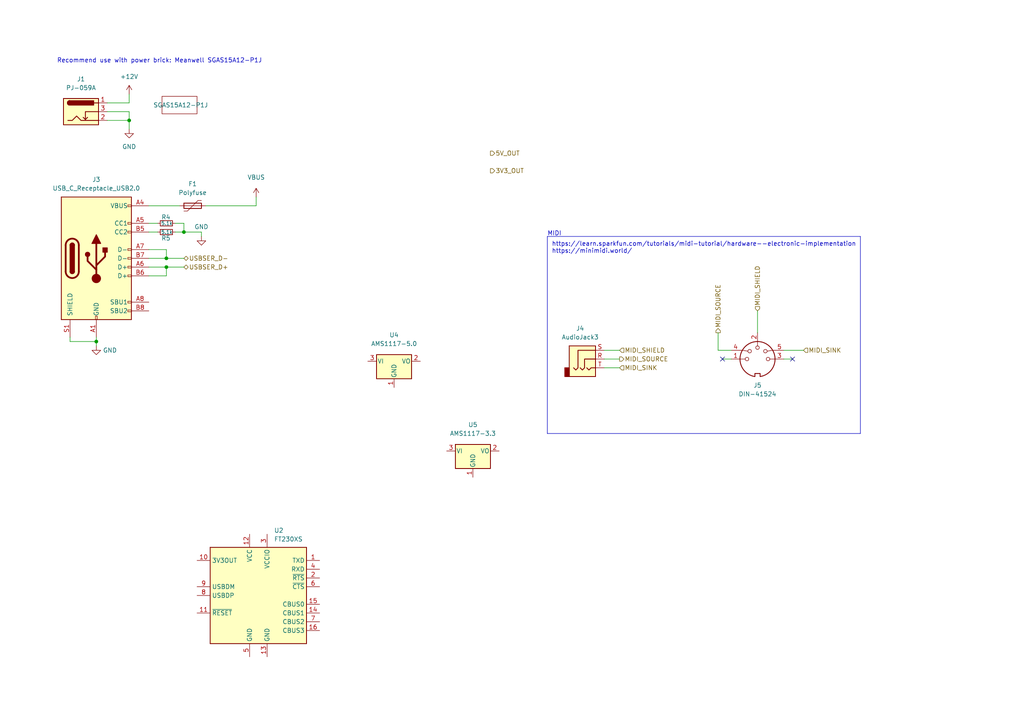
<source format=kicad_sch>
(kicad_sch (version 20230121) (generator eeschema)

  (uuid 9261a07b-ae4a-4d72-8042-ea097cd0e5ed)

  (paper "A4")

  (lib_symbols
    (symbol "Connector:AudioJack3" (in_bom yes) (on_board yes)
      (property "Reference" "J" (at 0 8.89 0)
        (effects (font (size 1.27 1.27)))
      )
      (property "Value" "AudioJack3" (at 0 6.35 0)
        (effects (font (size 1.27 1.27)))
      )
      (property "Footprint" "" (at 0 0 0)
        (effects (font (size 1.27 1.27)) hide)
      )
      (property "Datasheet" "~" (at 0 0 0)
        (effects (font (size 1.27 1.27)) hide)
      )
      (property "ki_keywords" "audio jack receptacle stereo headphones phones TRS connector" (at 0 0 0)
        (effects (font (size 1.27 1.27)) hide)
      )
      (property "ki_description" "Audio Jack, 3 Poles (Stereo / TRS)" (at 0 0 0)
        (effects (font (size 1.27 1.27)) hide)
      )
      (property "ki_fp_filters" "Jack*" (at 0 0 0)
        (effects (font (size 1.27 1.27)) hide)
      )
      (symbol "AudioJack3_0_1"
        (rectangle (start -5.08 -5.08) (end -6.35 -2.54)
          (stroke (width 0.254) (type default))
          (fill (type outline))
        )
        (polyline
          (pts
            (xy 0 -2.54)
            (xy 0.635 -3.175)
            (xy 1.27 -2.54)
            (xy 2.54 -2.54)
          )
          (stroke (width 0.254) (type default))
          (fill (type none))
        )
        (polyline
          (pts
            (xy -1.905 -2.54)
            (xy -1.27 -3.175)
            (xy -0.635 -2.54)
            (xy -0.635 0)
            (xy 2.54 0)
          )
          (stroke (width 0.254) (type default))
          (fill (type none))
        )
        (polyline
          (pts
            (xy 2.54 2.54)
            (xy -2.54 2.54)
            (xy -2.54 -2.54)
            (xy -3.175 -3.175)
            (xy -3.81 -2.54)
          )
          (stroke (width 0.254) (type default))
          (fill (type none))
        )
        (rectangle (start 2.54 3.81) (end -5.08 -5.08)
          (stroke (width 0.254) (type default))
          (fill (type background))
        )
      )
      (symbol "AudioJack3_1_1"
        (pin passive line (at 5.08 0 180) (length 2.54)
          (name "~" (effects (font (size 1.27 1.27))))
          (number "R" (effects (font (size 1.27 1.27))))
        )
        (pin passive line (at 5.08 2.54 180) (length 2.54)
          (name "~" (effects (font (size 1.27 1.27))))
          (number "S" (effects (font (size 1.27 1.27))))
        )
        (pin passive line (at 5.08 -2.54 180) (length 2.54)
          (name "~" (effects (font (size 1.27 1.27))))
          (number "T" (effects (font (size 1.27 1.27))))
        )
      )
    )
    (symbol "Connector:Barrel_Jack_Switch" (pin_names hide) (in_bom yes) (on_board yes)
      (property "Reference" "J" (at 0 5.334 0)
        (effects (font (size 1.27 1.27)))
      )
      (property "Value" "Barrel_Jack_Switch" (at 0 -5.08 0)
        (effects (font (size 1.27 1.27)))
      )
      (property "Footprint" "" (at 1.27 -1.016 0)
        (effects (font (size 1.27 1.27)) hide)
      )
      (property "Datasheet" "~" (at 1.27 -1.016 0)
        (effects (font (size 1.27 1.27)) hide)
      )
      (property "ki_keywords" "DC power barrel jack connector" (at 0 0 0)
        (effects (font (size 1.27 1.27)) hide)
      )
      (property "ki_description" "DC Barrel Jack with an internal switch" (at 0 0 0)
        (effects (font (size 1.27 1.27)) hide)
      )
      (property "ki_fp_filters" "BarrelJack*" (at 0 0 0)
        (effects (font (size 1.27 1.27)) hide)
      )
      (symbol "Barrel_Jack_Switch_0_1"
        (rectangle (start -5.08 3.81) (end 5.08 -3.81)
          (stroke (width 0.254) (type default))
          (fill (type background))
        )
        (arc (start -3.302 3.175) (mid -3.9343 2.54) (end -3.302 1.905)
          (stroke (width 0.254) (type default))
          (fill (type none))
        )
        (arc (start -3.302 3.175) (mid -3.9343 2.54) (end -3.302 1.905)
          (stroke (width 0.254) (type default))
          (fill (type outline))
        )
        (polyline
          (pts
            (xy 1.27 -2.286)
            (xy 1.905 -1.651)
          )
          (stroke (width 0.254) (type default))
          (fill (type none))
        )
        (polyline
          (pts
            (xy 5.08 2.54)
            (xy 3.81 2.54)
          )
          (stroke (width 0.254) (type default))
          (fill (type none))
        )
        (polyline
          (pts
            (xy 5.08 0)
            (xy 1.27 0)
            (xy 1.27 -2.286)
            (xy 0.635 -1.651)
          )
          (stroke (width 0.254) (type default))
          (fill (type none))
        )
        (polyline
          (pts
            (xy -3.81 -2.54)
            (xy -2.54 -2.54)
            (xy -1.27 -1.27)
            (xy 0 -2.54)
            (xy 2.54 -2.54)
            (xy 5.08 -2.54)
          )
          (stroke (width 0.254) (type default))
          (fill (type none))
        )
        (rectangle (start 3.683 3.175) (end -3.302 1.905)
          (stroke (width 0.254) (type default))
          (fill (type outline))
        )
      )
      (symbol "Barrel_Jack_Switch_1_1"
        (pin passive line (at 7.62 2.54 180) (length 2.54)
          (name "~" (effects (font (size 1.27 1.27))))
          (number "1" (effects (font (size 1.27 1.27))))
        )
        (pin passive line (at 7.62 -2.54 180) (length 2.54)
          (name "~" (effects (font (size 1.27 1.27))))
          (number "2" (effects (font (size 1.27 1.27))))
        )
        (pin passive line (at 7.62 0 180) (length 2.54)
          (name "~" (effects (font (size 1.27 1.27))))
          (number "3" (effects (font (size 1.27 1.27))))
        )
      )
    )
    (symbol "Connector:DIN-5_180degree" (pin_names (offset 1.016)) (in_bom yes) (on_board yes)
      (property "Reference" "J" (at 3.175 5.715 0)
        (effects (font (size 1.27 1.27)))
      )
      (property "Value" "DIN-5_180degree" (at 0 -6.35 0)
        (effects (font (size 1.27 1.27)))
      )
      (property "Footprint" "" (at 0 0 0)
        (effects (font (size 1.27 1.27)) hide)
      )
      (property "Datasheet" "http://www.mouser.com/ds/2/18/40_c091_abd_e-75918.pdf" (at 0 0 0)
        (effects (font (size 1.27 1.27)) hide)
      )
      (property "ki_keywords" "circular DIN connector stereo audio" (at 0 0 0)
        (effects (font (size 1.27 1.27)) hide)
      )
      (property "ki_description" "5-pin DIN connector (5-pin DIN-5 stereo)" (at 0 0 0)
        (effects (font (size 1.27 1.27)) hide)
      )
      (property "ki_fp_filters" "DIN*" (at 0 0 0)
        (effects (font (size 1.27 1.27)) hide)
      )
      (symbol "DIN-5_180degree_0_1"
        (arc (start -5.08 0) (mid -3.8609 -3.3364) (end -0.762 -5.08)
          (stroke (width 0.254) (type default))
          (fill (type none))
        )
        (circle (center -3.048 0) (radius 0.508)
          (stroke (width 0) (type default))
          (fill (type none))
        )
        (circle (center -2.286 2.286) (radius 0.508)
          (stroke (width 0) (type default))
          (fill (type none))
        )
        (polyline
          (pts
            (xy -5.08 0)
            (xy -3.556 0)
          )
          (stroke (width 0) (type default))
          (fill (type none))
        )
        (polyline
          (pts
            (xy 0 5.08)
            (xy 0 3.81)
          )
          (stroke (width 0) (type default))
          (fill (type none))
        )
        (polyline
          (pts
            (xy 5.08 0)
            (xy 3.556 0)
          )
          (stroke (width 0) (type default))
          (fill (type none))
        )
        (polyline
          (pts
            (xy -5.08 2.54)
            (xy -4.318 2.54)
            (xy -2.794 2.286)
          )
          (stroke (width 0) (type default))
          (fill (type none))
        )
        (polyline
          (pts
            (xy 5.08 2.54)
            (xy 4.318 2.54)
            (xy 2.794 2.286)
          )
          (stroke (width 0) (type default))
          (fill (type none))
        )
        (polyline
          (pts
            (xy -0.762 -4.953)
            (xy -0.762 -4.191)
            (xy 0.762 -4.191)
            (xy 0.762 -4.953)
          )
          (stroke (width 0.254) (type default))
          (fill (type none))
        )
        (circle (center 0 3.302) (radius 0.508)
          (stroke (width 0) (type default))
          (fill (type none))
        )
        (arc (start 0.762 -5.08) (mid 3.8685 -3.343) (end 5.08 0)
          (stroke (width 0.254) (type default))
          (fill (type none))
        )
        (circle (center 2.286 2.286) (radius 0.508)
          (stroke (width 0) (type default))
          (fill (type none))
        )
        (circle (center 3.048 0) (radius 0.508)
          (stroke (width 0) (type default))
          (fill (type none))
        )
        (arc (start 5.08 0) (mid 0 5.0579) (end -5.08 0)
          (stroke (width 0.254) (type default))
          (fill (type none))
        )
      )
      (symbol "DIN-5_180degree_1_1"
        (pin passive line (at -7.62 0 0) (length 2.54)
          (name "~" (effects (font (size 1.27 1.27))))
          (number "1" (effects (font (size 1.27 1.27))))
        )
        (pin passive line (at 0 7.62 270) (length 2.54)
          (name "~" (effects (font (size 1.27 1.27))))
          (number "2" (effects (font (size 1.27 1.27))))
        )
        (pin passive line (at 7.62 0 180) (length 2.54)
          (name "~" (effects (font (size 1.27 1.27))))
          (number "3" (effects (font (size 1.27 1.27))))
        )
        (pin passive line (at -7.62 2.54 0) (length 2.54)
          (name "~" (effects (font (size 1.27 1.27))))
          (number "4" (effects (font (size 1.27 1.27))))
        )
        (pin passive line (at 7.62 2.54 180) (length 2.54)
          (name "~" (effects (font (size 1.27 1.27))))
          (number "5" (effects (font (size 1.27 1.27))))
        )
      )
    )
    (symbol "Connector:USB_C_Receptacle_USB2.0" (pin_names (offset 1.016)) (in_bom yes) (on_board yes)
      (property "Reference" "J" (at -10.16 19.05 0)
        (effects (font (size 1.27 1.27)) (justify left))
      )
      (property "Value" "USB_C_Receptacle_USB2.0" (at 19.05 19.05 0)
        (effects (font (size 1.27 1.27)) (justify right))
      )
      (property "Footprint" "" (at 3.81 0 0)
        (effects (font (size 1.27 1.27)) hide)
      )
      (property "Datasheet" "https://www.usb.org/sites/default/files/documents/usb_type-c.zip" (at 3.81 0 0)
        (effects (font (size 1.27 1.27)) hide)
      )
      (property "ki_keywords" "usb universal serial bus type-C USB2.0" (at 0 0 0)
        (effects (font (size 1.27 1.27)) hide)
      )
      (property "ki_description" "USB 2.0-only Type-C Receptacle connector" (at 0 0 0)
        (effects (font (size 1.27 1.27)) hide)
      )
      (property "ki_fp_filters" "USB*C*Receptacle*" (at 0 0 0)
        (effects (font (size 1.27 1.27)) hide)
      )
      (symbol "USB_C_Receptacle_USB2.0_0_0"
        (rectangle (start -0.254 -17.78) (end 0.254 -16.764)
          (stroke (width 0) (type default))
          (fill (type none))
        )
        (rectangle (start 10.16 -14.986) (end 9.144 -15.494)
          (stroke (width 0) (type default))
          (fill (type none))
        )
        (rectangle (start 10.16 -12.446) (end 9.144 -12.954)
          (stroke (width 0) (type default))
          (fill (type none))
        )
        (rectangle (start 10.16 -4.826) (end 9.144 -5.334)
          (stroke (width 0) (type default))
          (fill (type none))
        )
        (rectangle (start 10.16 -2.286) (end 9.144 -2.794)
          (stroke (width 0) (type default))
          (fill (type none))
        )
        (rectangle (start 10.16 0.254) (end 9.144 -0.254)
          (stroke (width 0) (type default))
          (fill (type none))
        )
        (rectangle (start 10.16 2.794) (end 9.144 2.286)
          (stroke (width 0) (type default))
          (fill (type none))
        )
        (rectangle (start 10.16 7.874) (end 9.144 7.366)
          (stroke (width 0) (type default))
          (fill (type none))
        )
        (rectangle (start 10.16 10.414) (end 9.144 9.906)
          (stroke (width 0) (type default))
          (fill (type none))
        )
        (rectangle (start 10.16 15.494) (end 9.144 14.986)
          (stroke (width 0) (type default))
          (fill (type none))
        )
      )
      (symbol "USB_C_Receptacle_USB2.0_0_1"
        (rectangle (start -10.16 17.78) (end 10.16 -17.78)
          (stroke (width 0.254) (type default))
          (fill (type background))
        )
        (arc (start -8.89 -3.81) (mid -6.985 -5.7067) (end -5.08 -3.81)
          (stroke (width 0.508) (type default))
          (fill (type none))
        )
        (arc (start -7.62 -3.81) (mid -6.985 -4.4423) (end -6.35 -3.81)
          (stroke (width 0.254) (type default))
          (fill (type none))
        )
        (arc (start -7.62 -3.81) (mid -6.985 -4.4423) (end -6.35 -3.81)
          (stroke (width 0.254) (type default))
          (fill (type outline))
        )
        (rectangle (start -7.62 -3.81) (end -6.35 3.81)
          (stroke (width 0.254) (type default))
          (fill (type outline))
        )
        (arc (start -6.35 3.81) (mid -6.985 4.4423) (end -7.62 3.81)
          (stroke (width 0.254) (type default))
          (fill (type none))
        )
        (arc (start -6.35 3.81) (mid -6.985 4.4423) (end -7.62 3.81)
          (stroke (width 0.254) (type default))
          (fill (type outline))
        )
        (arc (start -5.08 3.81) (mid -6.985 5.7067) (end -8.89 3.81)
          (stroke (width 0.508) (type default))
          (fill (type none))
        )
        (circle (center -2.54 1.143) (radius 0.635)
          (stroke (width 0.254) (type default))
          (fill (type outline))
        )
        (circle (center 0 -5.842) (radius 1.27)
          (stroke (width 0) (type default))
          (fill (type outline))
        )
        (polyline
          (pts
            (xy -8.89 -3.81)
            (xy -8.89 3.81)
          )
          (stroke (width 0.508) (type default))
          (fill (type none))
        )
        (polyline
          (pts
            (xy -5.08 3.81)
            (xy -5.08 -3.81)
          )
          (stroke (width 0.508) (type default))
          (fill (type none))
        )
        (polyline
          (pts
            (xy 0 -5.842)
            (xy 0 4.318)
          )
          (stroke (width 0.508) (type default))
          (fill (type none))
        )
        (polyline
          (pts
            (xy 0 -3.302)
            (xy -2.54 -0.762)
            (xy -2.54 0.508)
          )
          (stroke (width 0.508) (type default))
          (fill (type none))
        )
        (polyline
          (pts
            (xy 0 -2.032)
            (xy 2.54 0.508)
            (xy 2.54 1.778)
          )
          (stroke (width 0.508) (type default))
          (fill (type none))
        )
        (polyline
          (pts
            (xy -1.27 4.318)
            (xy 0 6.858)
            (xy 1.27 4.318)
            (xy -1.27 4.318)
          )
          (stroke (width 0.254) (type default))
          (fill (type outline))
        )
        (rectangle (start 1.905 1.778) (end 3.175 3.048)
          (stroke (width 0.254) (type default))
          (fill (type outline))
        )
      )
      (symbol "USB_C_Receptacle_USB2.0_1_1"
        (pin passive line (at 0 -22.86 90) (length 5.08)
          (name "GND" (effects (font (size 1.27 1.27))))
          (number "A1" (effects (font (size 1.27 1.27))))
        )
        (pin passive line (at 0 -22.86 90) (length 5.08) hide
          (name "GND" (effects (font (size 1.27 1.27))))
          (number "A12" (effects (font (size 1.27 1.27))))
        )
        (pin passive line (at 15.24 15.24 180) (length 5.08)
          (name "VBUS" (effects (font (size 1.27 1.27))))
          (number "A4" (effects (font (size 1.27 1.27))))
        )
        (pin bidirectional line (at 15.24 10.16 180) (length 5.08)
          (name "CC1" (effects (font (size 1.27 1.27))))
          (number "A5" (effects (font (size 1.27 1.27))))
        )
        (pin bidirectional line (at 15.24 -2.54 180) (length 5.08)
          (name "D+" (effects (font (size 1.27 1.27))))
          (number "A6" (effects (font (size 1.27 1.27))))
        )
        (pin bidirectional line (at 15.24 2.54 180) (length 5.08)
          (name "D-" (effects (font (size 1.27 1.27))))
          (number "A7" (effects (font (size 1.27 1.27))))
        )
        (pin bidirectional line (at 15.24 -12.7 180) (length 5.08)
          (name "SBU1" (effects (font (size 1.27 1.27))))
          (number "A8" (effects (font (size 1.27 1.27))))
        )
        (pin passive line (at 15.24 15.24 180) (length 5.08) hide
          (name "VBUS" (effects (font (size 1.27 1.27))))
          (number "A9" (effects (font (size 1.27 1.27))))
        )
        (pin passive line (at 0 -22.86 90) (length 5.08) hide
          (name "GND" (effects (font (size 1.27 1.27))))
          (number "B1" (effects (font (size 1.27 1.27))))
        )
        (pin passive line (at 0 -22.86 90) (length 5.08) hide
          (name "GND" (effects (font (size 1.27 1.27))))
          (number "B12" (effects (font (size 1.27 1.27))))
        )
        (pin passive line (at 15.24 15.24 180) (length 5.08) hide
          (name "VBUS" (effects (font (size 1.27 1.27))))
          (number "B4" (effects (font (size 1.27 1.27))))
        )
        (pin bidirectional line (at 15.24 7.62 180) (length 5.08)
          (name "CC2" (effects (font (size 1.27 1.27))))
          (number "B5" (effects (font (size 1.27 1.27))))
        )
        (pin bidirectional line (at 15.24 -5.08 180) (length 5.08)
          (name "D+" (effects (font (size 1.27 1.27))))
          (number "B6" (effects (font (size 1.27 1.27))))
        )
        (pin bidirectional line (at 15.24 0 180) (length 5.08)
          (name "D-" (effects (font (size 1.27 1.27))))
          (number "B7" (effects (font (size 1.27 1.27))))
        )
        (pin bidirectional line (at 15.24 -15.24 180) (length 5.08)
          (name "SBU2" (effects (font (size 1.27 1.27))))
          (number "B8" (effects (font (size 1.27 1.27))))
        )
        (pin passive line (at 15.24 15.24 180) (length 5.08) hide
          (name "VBUS" (effects (font (size 1.27 1.27))))
          (number "B9" (effects (font (size 1.27 1.27))))
        )
        (pin passive line (at -7.62 -22.86 90) (length 5.08)
          (name "SHIELD" (effects (font (size 1.27 1.27))))
          (number "S1" (effects (font (size 1.27 1.27))))
        )
      )
    )
    (symbol "Device:Polyfuse" (pin_numbers hide) (pin_names (offset 0)) (in_bom yes) (on_board yes)
      (property "Reference" "F" (at -2.54 0 90)
        (effects (font (size 1.27 1.27)))
      )
      (property "Value" "Polyfuse" (at 2.54 0 90)
        (effects (font (size 1.27 1.27)))
      )
      (property "Footprint" "" (at 1.27 -5.08 0)
        (effects (font (size 1.27 1.27)) (justify left) hide)
      )
      (property "Datasheet" "~" (at 0 0 0)
        (effects (font (size 1.27 1.27)) hide)
      )
      (property "ki_keywords" "resettable fuse PTC PPTC polyfuse polyswitch" (at 0 0 0)
        (effects (font (size 1.27 1.27)) hide)
      )
      (property "ki_description" "Resettable fuse, polymeric positive temperature coefficient" (at 0 0 0)
        (effects (font (size 1.27 1.27)) hide)
      )
      (property "ki_fp_filters" "*polyfuse* *PTC*" (at 0 0 0)
        (effects (font (size 1.27 1.27)) hide)
      )
      (symbol "Polyfuse_0_1"
        (rectangle (start -0.762 2.54) (end 0.762 -2.54)
          (stroke (width 0.254) (type default))
          (fill (type none))
        )
        (polyline
          (pts
            (xy 0 2.54)
            (xy 0 -2.54)
          )
          (stroke (width 0) (type default))
          (fill (type none))
        )
        (polyline
          (pts
            (xy -1.524 2.54)
            (xy -1.524 1.524)
            (xy 1.524 -1.524)
            (xy 1.524 -2.54)
          )
          (stroke (width 0) (type default))
          (fill (type none))
        )
      )
      (symbol "Polyfuse_1_1"
        (pin passive line (at 0 3.81 270) (length 1.27)
          (name "~" (effects (font (size 1.27 1.27))))
          (number "1" (effects (font (size 1.27 1.27))))
        )
        (pin passive line (at 0 -3.81 90) (length 1.27)
          (name "~" (effects (font (size 1.27 1.27))))
          (number "2" (effects (font (size 1.27 1.27))))
        )
      )
    )
    (symbol "Device:R_Small" (pin_numbers hide) (pin_names (offset 0.254) hide) (in_bom yes) (on_board yes)
      (property "Reference" "R" (at 0.762 0.508 0)
        (effects (font (size 1.27 1.27)) (justify left))
      )
      (property "Value" "R_Small" (at 0.762 -1.016 0)
        (effects (font (size 1.27 1.27)) (justify left))
      )
      (property "Footprint" "" (at 0 0 0)
        (effects (font (size 1.27 1.27)) hide)
      )
      (property "Datasheet" "~" (at 0 0 0)
        (effects (font (size 1.27 1.27)) hide)
      )
      (property "ki_keywords" "R resistor" (at 0 0 0)
        (effects (font (size 1.27 1.27)) hide)
      )
      (property "ki_description" "Resistor, small symbol" (at 0 0 0)
        (effects (font (size 1.27 1.27)) hide)
      )
      (property "ki_fp_filters" "R_*" (at 0 0 0)
        (effects (font (size 1.27 1.27)) hide)
      )
      (symbol "R_Small_0_1"
        (rectangle (start -0.762 1.778) (end 0.762 -1.778)
          (stroke (width 0.2032) (type default))
          (fill (type none))
        )
      )
      (symbol "R_Small_1_1"
        (pin passive line (at 0 2.54 270) (length 0.762)
          (name "~" (effects (font (size 1.27 1.27))))
          (number "1" (effects (font (size 1.27 1.27))))
        )
        (pin passive line (at 0 -2.54 90) (length 0.762)
          (name "~" (effects (font (size 1.27 1.27))))
          (number "2" (effects (font (size 1.27 1.27))))
        )
      )
    )
    (symbol "GND_1" (power) (pin_names (offset 0)) (in_bom yes) (on_board yes)
      (property "Reference" "#PWR" (at 0 -6.35 0)
        (effects (font (size 1.27 1.27)) hide)
      )
      (property "Value" "GND_1" (at 0 -3.81 0)
        (effects (font (size 1.27 1.27)))
      )
      (property "Footprint" "" (at 0 0 0)
        (effects (font (size 1.27 1.27)) hide)
      )
      (property "Datasheet" "" (at 0 0 0)
        (effects (font (size 1.27 1.27)) hide)
      )
      (property "ki_keywords" "global power" (at 0 0 0)
        (effects (font (size 1.27 1.27)) hide)
      )
      (property "ki_description" "Power symbol creates a global label with name \"GND\" , ground" (at 0 0 0)
        (effects (font (size 1.27 1.27)) hide)
      )
      (symbol "GND_1_0_1"
        (polyline
          (pts
            (xy 0 0)
            (xy 0 -1.27)
            (xy 1.27 -1.27)
            (xy 0 -2.54)
            (xy -1.27 -1.27)
            (xy 0 -1.27)
          )
          (stroke (width 0) (type default))
          (fill (type none))
        )
      )
      (symbol "GND_1_1_1"
        (pin power_in line (at 0 0 270) (length 0) hide
          (name "GND" (effects (font (size 1.27 1.27))))
          (number "1" (effects (font (size 1.27 1.27))))
        )
      )
    )
    (symbol "Interface_USB:FT230XS" (in_bom yes) (on_board yes)
      (property "Reference" "U" (at -13.97 15.24 0)
        (effects (font (size 1.27 1.27)) (justify left))
      )
      (property "Value" "FT230XS" (at 7.62 15.24 0)
        (effects (font (size 1.27 1.27)) (justify left))
      )
      (property "Footprint" "Package_SO:SSOP-16_3.9x4.9mm_P0.635mm" (at 25.4 -15.24 0)
        (effects (font (size 1.27 1.27)) hide)
      )
      (property "Datasheet" "https://www.ftdichip.com/Support/Documents/DataSheets/ICs/DS_FT230X.pdf" (at 0 0 0)
        (effects (font (size 1.27 1.27)) hide)
      )
      (property "ki_keywords" "FTDI USB UART interface converter" (at 0 0 0)
        (effects (font (size 1.27 1.27)) hide)
      )
      (property "ki_description" "Full Speed USB to Basic UART, SSOP-16" (at 0 0 0)
        (effects (font (size 1.27 1.27)) hide)
      )
      (property "ki_fp_filters" "SSOP*3.9x4.9*P0.635mm*" (at 0 0 0)
        (effects (font (size 1.27 1.27)) hide)
      )
      (symbol "FT230XS_0_1"
        (rectangle (start -13.97 13.97) (end 13.97 -13.97)
          (stroke (width 0.254) (type default))
          (fill (type background))
        )
      )
      (symbol "FT230XS_1_1"
        (pin output line (at 17.78 10.16 180) (length 3.81)
          (name "TXD" (effects (font (size 1.27 1.27))))
          (number "1" (effects (font (size 1.27 1.27))))
        )
        (pin power_out line (at -17.78 10.16 0) (length 3.81)
          (name "3V3OUT" (effects (font (size 1.27 1.27))))
          (number "10" (effects (font (size 1.27 1.27))))
        )
        (pin input line (at -17.78 -5.08 0) (length 3.81)
          (name "~{RESET}" (effects (font (size 1.27 1.27))))
          (number "11" (effects (font (size 1.27 1.27))))
        )
        (pin power_in line (at -2.54 17.78 270) (length 3.81)
          (name "VCC" (effects (font (size 1.27 1.27))))
          (number "12" (effects (font (size 1.27 1.27))))
        )
        (pin power_in line (at 2.54 -17.78 90) (length 3.81)
          (name "GND" (effects (font (size 1.27 1.27))))
          (number "13" (effects (font (size 1.27 1.27))))
        )
        (pin bidirectional line (at 17.78 -5.08 180) (length 3.81)
          (name "CBUS1" (effects (font (size 1.27 1.27))))
          (number "14" (effects (font (size 1.27 1.27))))
        )
        (pin bidirectional line (at 17.78 -2.54 180) (length 3.81)
          (name "CBUS0" (effects (font (size 1.27 1.27))))
          (number "15" (effects (font (size 1.27 1.27))))
        )
        (pin bidirectional line (at 17.78 -10.16 180) (length 3.81)
          (name "CBUS3" (effects (font (size 1.27 1.27))))
          (number "16" (effects (font (size 1.27 1.27))))
        )
        (pin output line (at 17.78 5.08 180) (length 3.81)
          (name "~{RTS}" (effects (font (size 1.27 1.27))))
          (number "2" (effects (font (size 1.27 1.27))))
        )
        (pin power_in line (at 2.54 17.78 270) (length 3.81)
          (name "VCCIO" (effects (font (size 1.27 1.27))))
          (number "3" (effects (font (size 1.27 1.27))))
        )
        (pin input line (at 17.78 7.62 180) (length 3.81)
          (name "RXD" (effects (font (size 1.27 1.27))))
          (number "4" (effects (font (size 1.27 1.27))))
        )
        (pin power_in line (at -2.54 -17.78 90) (length 3.81)
          (name "GND" (effects (font (size 1.27 1.27))))
          (number "5" (effects (font (size 1.27 1.27))))
        )
        (pin input line (at 17.78 2.54 180) (length 3.81)
          (name "~{CTS}" (effects (font (size 1.27 1.27))))
          (number "6" (effects (font (size 1.27 1.27))))
        )
        (pin bidirectional line (at 17.78 -7.62 180) (length 3.81)
          (name "CBUS2" (effects (font (size 1.27 1.27))))
          (number "7" (effects (font (size 1.27 1.27))))
        )
        (pin bidirectional line (at -17.78 0 0) (length 3.81)
          (name "USBDP" (effects (font (size 1.27 1.27))))
          (number "8" (effects (font (size 1.27 1.27))))
        )
        (pin bidirectional line (at -17.78 2.54 0) (length 3.81)
          (name "USBDM" (effects (font (size 1.27 1.27))))
          (number "9" (effects (font (size 1.27 1.27))))
        )
      )
    )
    (symbol "Regulator_Linear:AMS1117-3.3" (pin_names (offset 0.254)) (in_bom yes) (on_board yes)
      (property "Reference" "U" (at -3.81 3.175 0)
        (effects (font (size 1.27 1.27)))
      )
      (property "Value" "AMS1117-3.3" (at 0 3.175 0)
        (effects (font (size 1.27 1.27)) (justify left))
      )
      (property "Footprint" "Package_TO_SOT_SMD:SOT-223-3_TabPin2" (at 0 5.08 0)
        (effects (font (size 1.27 1.27)) hide)
      )
      (property "Datasheet" "http://www.advanced-monolithic.com/pdf/ds1117.pdf" (at 2.54 -6.35 0)
        (effects (font (size 1.27 1.27)) hide)
      )
      (property "ki_keywords" "linear regulator ldo fixed positive" (at 0 0 0)
        (effects (font (size 1.27 1.27)) hide)
      )
      (property "ki_description" "1A Low Dropout regulator, positive, 3.3V fixed output, SOT-223" (at 0 0 0)
        (effects (font (size 1.27 1.27)) hide)
      )
      (property "ki_fp_filters" "SOT?223*TabPin2*" (at 0 0 0)
        (effects (font (size 1.27 1.27)) hide)
      )
      (symbol "AMS1117-3.3_0_1"
        (rectangle (start -5.08 -5.08) (end 5.08 1.905)
          (stroke (width 0.254) (type default))
          (fill (type background))
        )
      )
      (symbol "AMS1117-3.3_1_1"
        (pin power_in line (at 0 -7.62 90) (length 2.54)
          (name "GND" (effects (font (size 1.27 1.27))))
          (number "1" (effects (font (size 1.27 1.27))))
        )
        (pin power_out line (at 7.62 0 180) (length 2.54)
          (name "VO" (effects (font (size 1.27 1.27))))
          (number "2" (effects (font (size 1.27 1.27))))
        )
        (pin power_in line (at -7.62 0 0) (length 2.54)
          (name "VI" (effects (font (size 1.27 1.27))))
          (number "3" (effects (font (size 1.27 1.27))))
        )
      )
    )
    (symbol "Regulator_Linear:AMS1117-5.0" (pin_names (offset 0.254)) (in_bom yes) (on_board yes)
      (property "Reference" "U" (at -3.81 3.175 0)
        (effects (font (size 1.27 1.27)))
      )
      (property "Value" "AMS1117-5.0" (at 0 3.175 0)
        (effects (font (size 1.27 1.27)) (justify left))
      )
      (property "Footprint" "Package_TO_SOT_SMD:SOT-223-3_TabPin2" (at 0 5.08 0)
        (effects (font (size 1.27 1.27)) hide)
      )
      (property "Datasheet" "http://www.advanced-monolithic.com/pdf/ds1117.pdf" (at 2.54 -6.35 0)
        (effects (font (size 1.27 1.27)) hide)
      )
      (property "ki_keywords" "linear regulator ldo fixed positive" (at 0 0 0)
        (effects (font (size 1.27 1.27)) hide)
      )
      (property "ki_description" "1A Low Dropout regulator, positive, 5.0V fixed output, SOT-223" (at 0 0 0)
        (effects (font (size 1.27 1.27)) hide)
      )
      (property "ki_fp_filters" "SOT?223*TabPin2*" (at 0 0 0)
        (effects (font (size 1.27 1.27)) hide)
      )
      (symbol "AMS1117-5.0_0_1"
        (rectangle (start -5.08 -5.08) (end 5.08 1.905)
          (stroke (width 0.254) (type default))
          (fill (type background))
        )
      )
      (symbol "AMS1117-5.0_1_1"
        (pin power_in line (at 0 -7.62 90) (length 2.54)
          (name "GND" (effects (font (size 1.27 1.27))))
          (number "1" (effects (font (size 1.27 1.27))))
        )
        (pin power_out line (at 7.62 0 180) (length 2.54)
          (name "VO" (effects (font (size 1.27 1.27))))
          (number "2" (effects (font (size 1.27 1.27))))
        )
        (pin power_in line (at -7.62 0 0) (length 2.54)
          (name "VI" (effects (font (size 1.27 1.27))))
          (number "3" (effects (font (size 1.27 1.27))))
        )
      )
    )
    (symbol "assorted:BOM ITEM" (pin_numbers hide) (pin_names (offset 0) hide) (in_bom yes) (on_board no)
      (property "Reference" "X" (at 0 0 0)
        (effects (font (size 1.27 1.27)) hide)
      )
      (property "Value" "BOM ITEM" (at 0 0 0)
        (effects (font (size 1.27 1.27)))
      )
      (property "Footprint" "" (at 0 0 0)
        (effects (font (size 1.27 1.27)) hide)
      )
      (property "Datasheet" "" (at 0 0 0)
        (effects (font (size 1.27 1.27)) hide)
      )
      (symbol "BOM ITEM_0_1"
        (rectangle (start -5.08 2.54) (end 5.08 -2.54)
          (stroke (width 0) (type default))
          (fill (type none))
        )
      )
    )
    (symbol "power:+12V" (power) (pin_names (offset 0)) (in_bom yes) (on_board yes)
      (property "Reference" "#PWR" (at 0 -3.81 0)
        (effects (font (size 1.27 1.27)) hide)
      )
      (property "Value" "+12V" (at 0 3.556 0)
        (effects (font (size 1.27 1.27)))
      )
      (property "Footprint" "" (at 0 0 0)
        (effects (font (size 1.27 1.27)) hide)
      )
      (property "Datasheet" "" (at 0 0 0)
        (effects (font (size 1.27 1.27)) hide)
      )
      (property "ki_keywords" "global power" (at 0 0 0)
        (effects (font (size 1.27 1.27)) hide)
      )
      (property "ki_description" "Power symbol creates a global label with name \"+12V\"" (at 0 0 0)
        (effects (font (size 1.27 1.27)) hide)
      )
      (symbol "+12V_0_1"
        (polyline
          (pts
            (xy -0.762 1.27)
            (xy 0 2.54)
          )
          (stroke (width 0) (type default))
          (fill (type none))
        )
        (polyline
          (pts
            (xy 0 0)
            (xy 0 2.54)
          )
          (stroke (width 0) (type default))
          (fill (type none))
        )
        (polyline
          (pts
            (xy 0 2.54)
            (xy 0.762 1.27)
          )
          (stroke (width 0) (type default))
          (fill (type none))
        )
      )
      (symbol "+12V_1_1"
        (pin power_in line (at 0 0 90) (length 0) hide
          (name "+12V" (effects (font (size 1.27 1.27))))
          (number "1" (effects (font (size 1.27 1.27))))
        )
      )
    )
    (symbol "power:GND" (power) (pin_names (offset 0)) (in_bom yes) (on_board yes)
      (property "Reference" "#PWR" (at 0 -6.35 0)
        (effects (font (size 1.27 1.27)) hide)
      )
      (property "Value" "GND" (at 0 -3.81 0)
        (effects (font (size 1.27 1.27)))
      )
      (property "Footprint" "" (at 0 0 0)
        (effects (font (size 1.27 1.27)) hide)
      )
      (property "Datasheet" "" (at 0 0 0)
        (effects (font (size 1.27 1.27)) hide)
      )
      (property "ki_keywords" "power-flag" (at 0 0 0)
        (effects (font (size 1.27 1.27)) hide)
      )
      (property "ki_description" "Power symbol creates a global label with name \"GND\" , ground" (at 0 0 0)
        (effects (font (size 1.27 1.27)) hide)
      )
      (symbol "GND_0_1"
        (polyline
          (pts
            (xy 0 0)
            (xy 0 -1.27)
            (xy 1.27 -1.27)
            (xy 0 -2.54)
            (xy -1.27 -1.27)
            (xy 0 -1.27)
          )
          (stroke (width 0) (type default))
          (fill (type none))
        )
      )
      (symbol "GND_1_1"
        (pin power_in line (at 0 0 270) (length 0) hide
          (name "GND" (effects (font (size 1.27 1.27))))
          (number "1" (effects (font (size 1.27 1.27))))
        )
      )
    )
    (symbol "power:VBUS" (power) (pin_names (offset 0)) (in_bom yes) (on_board yes)
      (property "Reference" "#PWR" (at 0 -3.81 0)
        (effects (font (size 1.27 1.27)) hide)
      )
      (property "Value" "VBUS" (at 0 3.81 0)
        (effects (font (size 1.27 1.27)))
      )
      (property "Footprint" "" (at 0 0 0)
        (effects (font (size 1.27 1.27)) hide)
      )
      (property "Datasheet" "" (at 0 0 0)
        (effects (font (size 1.27 1.27)) hide)
      )
      (property "ki_keywords" "global power" (at 0 0 0)
        (effects (font (size 1.27 1.27)) hide)
      )
      (property "ki_description" "Power symbol creates a global label with name \"VBUS\"" (at 0 0 0)
        (effects (font (size 1.27 1.27)) hide)
      )
      (symbol "VBUS_0_1"
        (polyline
          (pts
            (xy -0.762 1.27)
            (xy 0 2.54)
          )
          (stroke (width 0) (type default))
          (fill (type none))
        )
        (polyline
          (pts
            (xy 0 0)
            (xy 0 2.54)
          )
          (stroke (width 0) (type default))
          (fill (type none))
        )
        (polyline
          (pts
            (xy 0 2.54)
            (xy 0.762 1.27)
          )
          (stroke (width 0) (type default))
          (fill (type none))
        )
      )
      (symbol "VBUS_1_1"
        (pin power_in line (at 0 0 90) (length 0) hide
          (name "VBUS" (effects (font (size 1.27 1.27))))
          (number "1" (effects (font (size 1.27 1.27))))
        )
      )
    )
  )

  (junction (at 37.465 34.925) (diameter 0) (color 0 0 0 0)
    (uuid 006d6130-f369-42ae-95d6-0922c0147c60)
  )
  (junction (at 27.94 99.06) (diameter 0) (color 0 0 0 0)
    (uuid 35868616-c28d-41ae-a287-6c0f3a11c2d7)
  )
  (junction (at 48.26 77.47) (diameter 0) (color 0 0 0 0)
    (uuid cf0b541a-9281-40b7-ad57-8ed987e226ba)
  )
  (junction (at 53.34 67.31) (diameter 0) (color 0 0 0 0)
    (uuid d1e6a19a-d5b8-44dd-90f4-21b935d5c004)
  )
  (junction (at 48.26 74.93) (diameter 0) (color 0 0 0 0)
    (uuid f44fab44-da04-4760-a43b-c68b1e730692)
  )

  (no_connect (at 229.87 104.14) (uuid 93491b54-e7e3-4542-ac4e-ab91b7e90748))
  (no_connect (at 209.55 104.14) (uuid e2ef711b-b8f6-483e-8b06-d290b5374cc1))

  (wire (pts (xy 43.18 67.31) (xy 45.72 67.31))
    (stroke (width 0) (type default))
    (uuid 022787b3-d0ad-4578-bdde-1eb94e90fd3c)
  )
  (wire (pts (xy 53.34 67.31) (xy 58.42 67.31))
    (stroke (width 0) (type default))
    (uuid 02d9116a-2792-4393-a5af-8478838daf5e)
  )
  (wire (pts (xy 209.55 104.14) (xy 212.09 104.14))
    (stroke (width 0) (type default))
    (uuid 05172946-4da5-4b5b-94c4-d60a8d4d7df6)
  )
  (wire (pts (xy 175.26 101.6) (xy 179.705 101.6))
    (stroke (width 0) (type default))
    (uuid 07f2162f-c0ae-4460-a1fd-944e18ba748c)
  )
  (wire (pts (xy 31.115 29.845) (xy 37.465 29.845))
    (stroke (width 0) (type default))
    (uuid 0ad37e04-50c9-415a-8267-d3e891238004)
  )
  (wire (pts (xy 43.18 77.47) (xy 48.26 77.47))
    (stroke (width 0) (type default))
    (uuid 151ed452-ceeb-48db-9180-a119f0cf994c)
  )
  (wire (pts (xy 37.465 32.385) (xy 37.465 34.925))
    (stroke (width 0) (type default))
    (uuid 22bb7d8f-3eb4-42ec-b785-e5a86b7af7f1)
  )
  (wire (pts (xy 53.34 64.77) (xy 50.8 64.77))
    (stroke (width 0) (type default))
    (uuid 25ac8fd5-ed2d-46db-8bb6-91d28a921238)
  )
  (wire (pts (xy 37.465 34.925) (xy 31.115 34.925))
    (stroke (width 0) (type default))
    (uuid 288ffbcd-333a-48d7-8e64-6b88f5ecfe03)
  )
  (wire (pts (xy 48.26 72.39) (xy 48.26 74.93))
    (stroke (width 0) (type default))
    (uuid 2e739d53-f35d-4af4-914c-97b170a98fd8)
  )
  (wire (pts (xy 20.32 99.06) (xy 27.94 99.06))
    (stroke (width 0) (type default))
    (uuid 3cb841a8-a49e-43c0-a01b-cc190609fb69)
  )
  (polyline (pts (xy 249.555 68.58) (xy 249.555 125.73))
    (stroke (width 0) (type solid))
    (uuid 42095c24-344b-4f9f-bdfc-86fcb67772c7)
  )
  (polyline (pts (xy 249.555 125.73) (xy 158.75 125.73))
    (stroke (width 0) (type solid))
    (uuid 4d3cc2a8-4221-4253-bf00-427b0afd4da4)
  )

  (wire (pts (xy 208.28 101.6) (xy 208.28 96.52))
    (stroke (width 0) (type default))
    (uuid 53c8e3bb-6ca7-4f02-aa61-a62f89b4f2af)
  )
  (polyline (pts (xy 158.75 68.58) (xy 158.75 125.73))
    (stroke (width 0) (type solid))
    (uuid 5c48626d-b98c-4f19-b5ac-1a64737907a6)
  )

  (wire (pts (xy 53.34 67.31) (xy 50.8 67.31))
    (stroke (width 0) (type default))
    (uuid 5e195791-2517-49c4-95c7-bbb3e5de9e97)
  )
  (wire (pts (xy 20.32 97.79) (xy 20.32 99.06))
    (stroke (width 0) (type default))
    (uuid 5e7bb4b5-7c04-44b4-9623-e80cef7c058b)
  )
  (wire (pts (xy 27.94 97.79) (xy 27.94 99.06))
    (stroke (width 0) (type default))
    (uuid 655469a1-ada6-4b56-8be8-e29def47ab4b)
  )
  (wire (pts (xy 27.94 99.06) (xy 27.94 100.33))
    (stroke (width 0) (type default))
    (uuid 753a2e5b-2ecc-4327-b7be-8fa1d2751bbe)
  )
  (wire (pts (xy 31.115 32.385) (xy 37.465 32.385))
    (stroke (width 0) (type default))
    (uuid 7e625503-34c6-43af-80a2-f3db5cbafd70)
  )
  (wire (pts (xy 52.07 59.69) (xy 43.18 59.69))
    (stroke (width 0) (type default))
    (uuid 7e70aa88-d9b2-499b-9e8e-4227df43419f)
  )
  (wire (pts (xy 227.33 104.14) (xy 229.87 104.14))
    (stroke (width 0) (type default))
    (uuid 91154cba-47a2-4a36-aa42-782bd83cdae4)
  )
  (wire (pts (xy 37.465 29.845) (xy 37.465 27.305))
    (stroke (width 0) (type default))
    (uuid 9e3423b9-dfb6-4e8f-a0e5-0fdcf453459b)
  )
  (wire (pts (xy 43.18 80.01) (xy 48.26 80.01))
    (stroke (width 0) (type default))
    (uuid 9e8af548-264e-4ac3-a50a-c6644d2c8b34)
  )
  (wire (pts (xy 43.18 72.39) (xy 48.26 72.39))
    (stroke (width 0) (type default))
    (uuid b35b01f9-1f9f-4a39-b6ef-92eae932dd5f)
  )
  (wire (pts (xy 58.42 67.31) (xy 58.42 68.58))
    (stroke (width 0) (type default))
    (uuid b3e40765-ffd2-4601-9cbf-eb4dc8c42b32)
  )
  (wire (pts (xy 175.26 104.14) (xy 179.705 104.14))
    (stroke (width 0) (type default))
    (uuid c509ed55-0e19-412d-81ad-38a25962bf7a)
  )
  (wire (pts (xy 175.26 106.68) (xy 179.705 106.68))
    (stroke (width 0) (type default))
    (uuid caf6b8b5-1995-462c-9be3-dca334eccbc8)
  )
  (wire (pts (xy 59.69 59.69) (xy 74.295 59.69))
    (stroke (width 0) (type default))
    (uuid d16b47dd-42f2-4a24-bee9-460a7f63b525)
  )
  (wire (pts (xy 219.71 96.52) (xy 219.71 90.17))
    (stroke (width 0) (type default))
    (uuid d3c3ec67-21d6-468d-b1bc-42df61045fd4)
  )
  (wire (pts (xy 43.18 74.93) (xy 48.26 74.93))
    (stroke (width 0) (type default))
    (uuid d6484dfd-0a2c-4ad6-96ec-36470985b039)
  )
  (wire (pts (xy 53.34 64.77) (xy 53.34 67.31))
    (stroke (width 0) (type default))
    (uuid dab3be87-b09c-43f7-b7ee-e24ababdd141)
  )
  (wire (pts (xy 74.295 59.69) (xy 74.295 57.15))
    (stroke (width 0) (type default))
    (uuid dca9f034-5a70-4752-a674-19130f5452e8)
  )
  (wire (pts (xy 37.465 37.465) (xy 37.465 34.925))
    (stroke (width 0) (type default))
    (uuid ea6df51a-5d70-45df-9234-2deecea63241)
  )
  (wire (pts (xy 212.09 101.6) (xy 208.28 101.6))
    (stroke (width 0) (type default))
    (uuid efda0381-8f07-411d-baa3-51e3ee8a01bb)
  )
  (polyline (pts (xy 158.75 68.58) (xy 249.555 68.58))
    (stroke (width 0) (type solid))
    (uuid effb6120-2301-4903-bb50-aee95cb6b09e)
  )

  (wire (pts (xy 48.26 74.93) (xy 53.34 74.93))
    (stroke (width 0) (type default))
    (uuid f8e6fb4e-e69b-44fc-a029-ead865a25cd3)
  )
  (wire (pts (xy 227.33 101.6) (xy 233.045 101.6))
    (stroke (width 0) (type default))
    (uuid f8f99ef4-d2bf-4820-bafd-5e061948a3a1)
  )
  (wire (pts (xy 43.18 64.77) (xy 45.72 64.77))
    (stroke (width 0) (type default))
    (uuid fb762e35-5d37-4356-a620-cd3425194aca)
  )
  (wire (pts (xy 48.26 77.47) (xy 48.26 80.01))
    (stroke (width 0) (type default))
    (uuid fcd7e0d6-c194-4929-9e3d-4ce3da901436)
  )
  (wire (pts (xy 48.26 77.47) (xy 53.34 77.47))
    (stroke (width 0) (type default))
    (uuid fe45769a-496f-4d9d-8ae1-65ba09e68855)
  )

  (text "MIDI" (at 158.75 68.58 0)
    (effects (font (size 1.27 1.27)) (justify left bottom))
    (uuid 05aa3670-cb46-49cc-a2a9-7349d2ace260)
  )
  (text "https://learn.sparkfun.com/tutorials/midi-tutorial/hardware--electronic-implementation\nhttps://minimidi.world/"
    (at 160.02 73.66 0)
    (effects (font (size 1.27 1.27)) (justify left bottom))
    (uuid 36dbed0d-70a1-4936-9e47-ca538608c8fc)
  )
  (text "Recommend use with power brick: Meanwell SGAS15A12-P1J"
    (at 16.51 18.415 0)
    (effects (font (size 1.27 1.27)) (justify left bottom))
    (uuid 6bcc92c1-9a26-49ea-b180-b53d3de3a334)
  )

  (hierarchical_label "MIDI_SHIELD" (shape input) (at 179.705 101.6 0) (fields_autoplaced)
    (effects (font (size 1.27 1.27)) (justify left))
    (uuid 240f204d-ae44-46ec-aedb-10a561fdf0b9)
  )
  (hierarchical_label "MIDI_SOURCE" (shape output) (at 208.28 96.52 90) (fields_autoplaced)
    (effects (font (size 1.27 1.27)) (justify left))
    (uuid 2c7a181c-78cd-4f30-954c-7f275d5e3048)
  )
  (hierarchical_label "3V3_OUT" (shape output) (at 142.24 49.53 0) (fields_autoplaced)
    (effects (font (size 1.27 1.27)) (justify left))
    (uuid 4d632455-237d-4882-bfac-112ce42216b4)
  )
  (hierarchical_label "USBSER_D+" (shape bidirectional) (at 53.34 77.47 0) (fields_autoplaced)
    (effects (font (size 1.27 1.27)) (justify left))
    (uuid 4e10388b-1eb2-4180-aec8-11314deb94f6)
  )
  (hierarchical_label "USBSER_D-" (shape bidirectional) (at 53.34 74.93 0) (fields_autoplaced)
    (effects (font (size 1.27 1.27)) (justify left))
    (uuid 9387dc4a-a03e-4bef-9d65-a1a008b04175)
  )
  (hierarchical_label "MIDI_SOURCE" (shape output) (at 179.705 104.14 0) (fields_autoplaced)
    (effects (font (size 1.27 1.27)) (justify left))
    (uuid 9410c468-8eaf-41d7-8c44-2a6a1b9fb34d)
  )
  (hierarchical_label "5V_OUT" (shape output) (at 142.24 44.45 0) (fields_autoplaced)
    (effects (font (size 1.27 1.27)) (justify left))
    (uuid cbef6e54-55d9-4ce0-92f5-cb4709d0d2ff)
  )
  (hierarchical_label "MIDI_SINK" (shape input) (at 179.705 106.68 0) (fields_autoplaced)
    (effects (font (size 1.27 1.27)) (justify left))
    (uuid cc5e40ba-9d30-4c5b-a7ac-00ba35502432)
  )
  (hierarchical_label "MIDI_SHIELD" (shape input) (at 219.71 90.17 90) (fields_autoplaced)
    (effects (font (size 1.27 1.27)) (justify left))
    (uuid d4c9110c-25c0-4ba8-9ae4-9d8ef65b5bc3)
  )
  (hierarchical_label "MIDI_SINK" (shape input) (at 233.045 101.6 0) (fields_autoplaced)
    (effects (font (size 1.27 1.27)) (justify left))
    (uuid de5dc64f-510b-4f99-ad64-77d60acc9c66)
  )

  (symbol (lib_id "Device:Polyfuse") (at 55.88 59.69 90) (unit 1)
    (in_bom yes) (on_board yes) (dnp no) (fields_autoplaced)
    (uuid 20d27587-4eb5-4cc6-9424-654f2abc3546)
    (property "Reference" "F1" (at 55.88 53.34 90)
      (effects (font (size 1.27 1.27)))
    )
    (property "Value" "Polyfuse" (at 55.88 55.88 90)
      (effects (font (size 1.27 1.27)))
    )
    (property "Footprint" "" (at 60.96 58.42 0)
      (effects (font (size 1.27 1.27)) (justify left) hide)
    )
    (property "Datasheet" "~" (at 55.88 59.69 0)
      (effects (font (size 1.27 1.27)) hide)
    )
    (pin "1" (uuid 1cfd5d21-dc56-4136-a02d-c561b60a49ea))
    (pin "2" (uuid 8d0569e8-d212-4699-8231-695d427f3fd1))
    (instances
      (project "dlev-mini"
        (path "/eb5e8bfd-9871-4528-bf57-58851bf63907/6062d07e-a4ed-44ac-a6b0-014aac464169"
          (reference "F1") (unit 1)
        )
      )
    )
  )

  (symbol (lib_id "Device:R_Small") (at 48.26 64.77 270) (unit 1)
    (in_bom yes) (on_board yes) (dnp no)
    (uuid 366fa415-e142-4f24-b5ae-658978301b4b)
    (property "Reference" "R4" (at 48.133 62.992 90)
      (effects (font (size 1.27 1.27)))
    )
    (property "Value" "5.1k" (at 48.387 64.77 90)
      (effects (font (size 1 1)))
    )
    (property "Footprint" "Resistor_SMD:R_0805_2012Metric_Pad1.20x1.40mm_HandSolder" (at 48.26 64.77 0)
      (effects (font (size 1.27 1.27)) hide)
    )
    (property "Datasheet" "~" (at 48.26 64.77 0)
      (effects (font (size 1.27 1.27)) hide)
    )
    (pin "1" (uuid 68bbf74d-c290-4cb1-81da-a16652154708))
    (pin "2" (uuid 3c5709cc-9d64-4ac3-b5c1-598c55c121a6))
    (instances
      (project "dlev-mini"
        (path "/eb5e8bfd-9871-4528-bf57-58851bf63907/6062d07e-a4ed-44ac-a6b0-014aac464169"
          (reference "R4") (unit 1)
        )
      )
    )
  )

  (symbol (lib_id "Connector:DIN-5_180degree") (at 219.71 104.14 0) (unit 1)
    (in_bom yes) (on_board yes) (dnp no) (fields_autoplaced)
    (uuid 3721e296-d34a-488d-bbda-107ad3dad8de)
    (property "Reference" "J5" (at 219.7101 111.76 0)
      (effects (font (size 1.27 1.27)))
    )
    (property "Value" "DIN-41524" (at 219.7101 114.3 0)
      (effects (font (size 1.27 1.27)))
    )
    (property "Footprint" "" (at 219.71 104.14 0)
      (effects (font (size 1.27 1.27)) hide)
    )
    (property "Datasheet" "" (at 219.71 104.14 0)
      (effects (font (size 1.27 1.27)) hide)
    )
    (pin "1" (uuid fd502762-188c-4ef6-8034-a420adccd2e4))
    (pin "2" (uuid ca9f3698-6a30-4278-a07d-098fa2bbece5))
    (pin "3" (uuid fa6c1cf0-0456-4758-81e5-17c303f0f21d))
    (pin "4" (uuid 369403c7-acc4-4dee-972b-ff306e22b186))
    (pin "5" (uuid 12469e26-84fc-41e7-95a5-8c16e77975b6))
    (instances
      (project "dlev-mini"
        (path "/eb5e8bfd-9871-4528-bf57-58851bf63907/6062d07e-a4ed-44ac-a6b0-014aac464169"
          (reference "J5") (unit 1)
        )
      )
    )
  )

  (symbol (lib_id "Device:R_Small") (at 48.26 67.31 270) (unit 1)
    (in_bom yes) (on_board yes) (dnp no)
    (uuid 50b3d72e-90a9-423c-afcf-e347b97ee219)
    (property "Reference" "R5" (at 48.133 69.088 90)
      (effects (font (size 1.27 1.27)))
    )
    (property "Value" "5.1k" (at 48.387 67.31 90)
      (effects (font (size 1 1)))
    )
    (property "Footprint" "Resistor_SMD:R_0805_2012Metric_Pad1.20x1.40mm_HandSolder" (at 48.26 67.31 0)
      (effects (font (size 1.27 1.27)) hide)
    )
    (property "Datasheet" "~" (at 48.26 67.31 0)
      (effects (font (size 1.27 1.27)) hide)
    )
    (pin "1" (uuid dc1dc5a3-9dfc-4bbe-895f-f01421463443))
    (pin "2" (uuid e8e1d750-5824-45c1-b4ed-68efa85083d4))
    (instances
      (project "dlev-mini"
        (path "/eb5e8bfd-9871-4528-bf57-58851bf63907/6062d07e-a4ed-44ac-a6b0-014aac464169"
          (reference "R5") (unit 1)
        )
      )
    )
  )

  (symbol (lib_id "power:VBUS") (at 74.295 57.15 0) (unit 1)
    (in_bom yes) (on_board yes) (dnp no) (fields_autoplaced)
    (uuid 52254d88-7d8d-4bc2-93bc-550bdd484aee)
    (property "Reference" "#PWR0142" (at 74.295 60.96 0)
      (effects (font (size 1.27 1.27)) hide)
    )
    (property "Value" "VBUS" (at 74.295 51.435 0)
      (effects (font (size 1.27 1.27)))
    )
    (property "Footprint" "" (at 74.295 57.15 0)
      (effects (font (size 1.27 1.27)) hide)
    )
    (property "Datasheet" "" (at 74.295 57.15 0)
      (effects (font (size 1.27 1.27)) hide)
    )
    (pin "1" (uuid 2343cde9-5d27-4d40-9cd6-c7e19ab52e01))
    (instances
      (project "dlev-mini"
        (path "/eb5e8bfd-9871-4528-bf57-58851bf63907/6062d07e-a4ed-44ac-a6b0-014aac464169"
          (reference "#PWR0142") (unit 1)
        )
      )
    )
  )

  (symbol (lib_id "Connector:Barrel_Jack_Switch") (at 23.495 32.385 0) (unit 1)
    (in_bom yes) (on_board yes) (dnp no) (fields_autoplaced)
    (uuid 540a786b-721e-4292-9e3d-8e2369283424)
    (property "Reference" "J1" (at 23.495 22.9362 0)
      (effects (font (size 1.27 1.27)))
    )
    (property "Value" "PJ-059A" (at 23.495 25.4762 0)
      (effects (font (size 1.27 1.27)))
    )
    (property "Footprint" "" (at 24.765 33.401 0)
      (effects (font (size 1.27 1.27)) hide)
    )
    (property "Datasheet" "https://www.cuidevices.com/product/resource/pj-059a.pdf" (at 24.765 33.401 0)
      (effects (font (size 1.27 1.27)) hide)
    )
    (pin "1" (uuid 1d9df5dc-d484-49cd-9fb7-7d5c52c2e531))
    (pin "2" (uuid 0e21d59b-cd9d-4f85-8712-ccfc833e7a03))
    (pin "3" (uuid 30110365-71b2-46d6-8f8c-09544b75fbd7))
    (instances
      (project "dlev-mini"
        (path "/eb5e8bfd-9871-4528-bf57-58851bf63907/6062d07e-a4ed-44ac-a6b0-014aac464169"
          (reference "J1") (unit 1)
        )
      )
    )
  )

  (symbol (lib_id "Connector:AudioJack3") (at 170.18 104.14 0) (unit 1)
    (in_bom yes) (on_board yes) (dnp no) (fields_autoplaced)
    (uuid 58db376e-7b09-4254-954f-f1f07be92d57)
    (property "Reference" "J4" (at 168.275 95.25 0)
      (effects (font (size 1.27 1.27)))
    )
    (property "Value" "AudioJack3" (at 168.275 97.79 0)
      (effects (font (size 1.27 1.27)))
    )
    (property "Footprint" "" (at 170.18 104.14 0)
      (effects (font (size 1.27 1.27)) hide)
    )
    (property "Datasheet" "~" (at 170.18 104.14 0)
      (effects (font (size 1.27 1.27)) hide)
    )
    (pin "R" (uuid 70529875-f329-4cf6-92d8-3c455b084a47))
    (pin "S" (uuid ce60bb74-5eb0-4592-b28e-5f3141379ccc))
    (pin "T" (uuid 0e38653a-6ac3-4f8f-8349-f8b842d27fa2))
    (instances
      (project "dlev-mini"
        (path "/eb5e8bfd-9871-4528-bf57-58851bf63907/6062d07e-a4ed-44ac-a6b0-014aac464169"
          (reference "J4") (unit 1)
        )
      )
    )
  )

  (symbol (lib_id "power:+12V") (at 37.465 27.305 0) (unit 1)
    (in_bom yes) (on_board yes) (dnp no) (fields_autoplaced)
    (uuid 5b05a3f1-82c3-4d67-83a7-57153807e442)
    (property "Reference" "#PWR0138" (at 37.465 31.115 0)
      (effects (font (size 1.27 1.27)) hide)
    )
    (property "Value" "+12V" (at 37.465 22.225 0)
      (effects (font (size 1.27 1.27)))
    )
    (property "Footprint" "" (at 37.465 27.305 0)
      (effects (font (size 1.27 1.27)) hide)
    )
    (property "Datasheet" "" (at 37.465 27.305 0)
      (effects (font (size 1.27 1.27)) hide)
    )
    (pin "1" (uuid 45c695cb-5ff5-4502-85c5-5f222f82bb72))
    (instances
      (project "dlev-mini"
        (path "/eb5e8bfd-9871-4528-bf57-58851bf63907/6062d07e-a4ed-44ac-a6b0-014aac464169"
          (reference "#PWR0138") (unit 1)
        )
      )
    )
  )

  (symbol (lib_id "Connector:USB_C_Receptacle_USB2.0") (at 27.94 74.93 0) (unit 1)
    (in_bom yes) (on_board yes) (dnp no) (fields_autoplaced)
    (uuid 7c0799ac-c3dd-4dc0-bde3-101b62ce21c9)
    (property "Reference" "J3" (at 27.94 52.07 0)
      (effects (font (size 1.27 1.27)))
    )
    (property "Value" "USB_C_Receptacle_USB2.0" (at 27.94 54.61 0)
      (effects (font (size 1.27 1.27)))
    )
    (property "Footprint" "Connector_USB:USB_C_Receptacle_HRO_TYPE-C-31-M-12" (at 31.75 74.93 0)
      (effects (font (size 1.27 1.27)) hide)
    )
    (property "Datasheet" "https://www.usb.org/sites/default/files/documents/usb_type-c.zip" (at 31.75 74.93 0)
      (effects (font (size 1.27 1.27)) hide)
    )
    (pin "A1" (uuid a5237eae-3be2-4b1e-b2e7-fa7cac890d30))
    (pin "A12" (uuid 3ee588a5-0ea8-4339-9ab6-3eb29fb04a27))
    (pin "A4" (uuid 64d3d8ea-5056-4205-9d3b-22fe0c1a834b))
    (pin "A5" (uuid 0d793334-3fa8-4ee5-be72-8386d17165f2))
    (pin "A6" (uuid 685418d1-138d-48fe-85f5-50092ef7bf4c))
    (pin "A7" (uuid 39958edc-b71a-43bc-9a1f-813a9c0162dd))
    (pin "A8" (uuid 6ed27236-9e31-4cd8-960e-8bab45c4ca93))
    (pin "A9" (uuid d521e164-2e17-4396-ba12-87c6c66b5944))
    (pin "B1" (uuid 762a7f49-337c-47f0-97f1-ab517cccfd10))
    (pin "B12" (uuid 79d3ceec-847b-4a8e-9282-54f71d12146d))
    (pin "B4" (uuid d8220fd7-e8b4-4b6a-aea5-4041f1069308))
    (pin "B5" (uuid de813681-025e-4de4-ab98-ffcfe41a457e))
    (pin "B6" (uuid 582985c0-e6d1-42d8-943d-f54d114be671))
    (pin "B7" (uuid ca9841da-9307-4a17-bf42-a272c347c592))
    (pin "B8" (uuid 14c2e75b-bfd2-4681-984b-805a9b7c7775))
    (pin "B9" (uuid c67e89d7-1b42-469d-8725-fafb7f5cbf41))
    (pin "S1" (uuid 40336fad-66fc-48cd-bb53-a774e8ad0381))
    (instances
      (project "dlev-mini"
        (path "/eb5e8bfd-9871-4528-bf57-58851bf63907/6062d07e-a4ed-44ac-a6b0-014aac464169"
          (reference "J3") (unit 1)
        )
      )
    )
  )

  (symbol (lib_id "Regulator_Linear:AMS1117-3.3") (at 137.16 130.81 0) (unit 1)
    (in_bom yes) (on_board yes) (dnp no) (fields_autoplaced)
    (uuid a7b4f471-5986-45c4-83d0-839040e9f057)
    (property "Reference" "U5" (at 137.16 123.19 0)
      (effects (font (size 1.27 1.27)))
    )
    (property "Value" "AMS1117-3.3" (at 137.16 125.73 0)
      (effects (font (size 1.27 1.27)))
    )
    (property "Footprint" "Package_TO_SOT_SMD:SOT-223-3_TabPin2" (at 137.16 125.73 0)
      (effects (font (size 1.27 1.27)) hide)
    )
    (property "Datasheet" "http://www.advanced-monolithic.com/pdf/ds1117.pdf" (at 139.7 137.16 0)
      (effects (font (size 1.27 1.27)) hide)
    )
    (pin "1" (uuid 1839867e-4ae7-4db0-b3b8-ab00081acbaa))
    (pin "2" (uuid 38e1a5a6-68ca-4d61-842e-8ae42472910b))
    (pin "3" (uuid 6426614b-c826-46d2-bc8c-181c6d632911))
    (instances
      (project "dlev-mini"
        (path "/eb5e8bfd-9871-4528-bf57-58851bf63907/6062d07e-a4ed-44ac-a6b0-014aac464169"
          (reference "U5") (unit 1)
        )
      )
    )
  )

  (symbol (lib_id "power:GND") (at 58.42 68.58 0) (unit 1)
    (in_bom yes) (on_board yes) (dnp no)
    (uuid c01487aa-7665-4972-b7ca-40d91f8feb91)
    (property "Reference" "#PWR0141" (at 58.42 74.93 0)
      (effects (font (size 1.27 1.27)) hide)
    )
    (property "Value" "GND" (at 58.42 65.786 0)
      (effects (font (size 1.27 1.27)))
    )
    (property "Footprint" "" (at 58.42 68.58 0)
      (effects (font (size 1.27 1.27)) hide)
    )
    (property "Datasheet" "" (at 58.42 68.58 0)
      (effects (font (size 1.27 1.27)) hide)
    )
    (pin "1" (uuid 9306b30f-84aa-4b56-9be8-8a12f55ff1a2))
    (instances
      (project "dlev-mini"
        (path "/eb5e8bfd-9871-4528-bf57-58851bf63907/6062d07e-a4ed-44ac-a6b0-014aac464169"
          (reference "#PWR0141") (unit 1)
        )
      )
    )
  )

  (symbol (lib_id "Interface_USB:FT230XS") (at 74.93 172.72 0) (unit 1)
    (in_bom yes) (on_board yes) (dnp no) (fields_autoplaced)
    (uuid c239105c-6dc2-49ea-8e7d-f75210782482)
    (property "Reference" "U2" (at 79.4894 153.8478 0)
      (effects (font (size 1.27 1.27)) (justify left))
    )
    (property "Value" "FT230XS" (at 79.4894 156.3878 0)
      (effects (font (size 1.27 1.27)) (justify left))
    )
    (property "Footprint" "Package_SO:SSOP-16_3.9x4.9mm_P0.635mm" (at 100.33 187.96 0)
      (effects (font (size 1.27 1.27)) hide)
    )
    (property "Datasheet" "https://www.ftdichip.com/Support/Documents/DataSheets/ICs/DS_FT230X.pdf" (at 74.93 172.72 0)
      (effects (font (size 1.27 1.27)) hide)
    )
    (pin "1" (uuid 6056344c-cb75-4090-99d9-67a75282eefc))
    (pin "10" (uuid b33e4977-17d0-46bd-974e-19a1d8d5e944))
    (pin "11" (uuid eb5ec9a7-7e21-45fc-9ef0-d4fbfe2f9c21))
    (pin "12" (uuid 4ddf0033-1d4f-4057-a4e4-2bf41467ec65))
    (pin "13" (uuid 133154de-2e83-429b-a984-94d2ddcb4320))
    (pin "14" (uuid dff9a482-3a43-48c4-8bd4-c6ec0bf3d183))
    (pin "15" (uuid 96984ac9-5bfa-421d-b34e-8174f95d2282))
    (pin "16" (uuid e332666a-381f-48d7-8566-c2d9929bf204))
    (pin "2" (uuid e60a36ea-4d17-4871-9e80-5c3bdf02696a))
    (pin "3" (uuid f8f01aa4-583a-4881-8a60-471b62410e7c))
    (pin "4" (uuid a4c2069d-6b54-44f9-a00a-e1a6fed5b1c5))
    (pin "5" (uuid ae2b415a-857c-4959-be0f-1374e3cffd09))
    (pin "6" (uuid de516547-efd5-48cc-a3d6-8f44063aa04c))
    (pin "7" (uuid 3061e8f3-e93f-46d7-b4c5-e427a0ba836d))
    (pin "8" (uuid 779da75a-6ecb-41b2-bacc-2ade9abb1421))
    (pin "9" (uuid b85a86eb-e7bf-4c64-8d3d-170d08c1821a))
    (instances
      (project "dlev-mini"
        (path "/eb5e8bfd-9871-4528-bf57-58851bf63907/6062d07e-a4ed-44ac-a6b0-014aac464169"
          (reference "U2") (unit 1)
        )
      )
    )
  )

  (symbol (lib_id "power:GND") (at 27.94 100.33 0) (unit 1)
    (in_bom yes) (on_board yes) (dnp no) (fields_autoplaced)
    (uuid c2f0447e-a18a-42b2-82af-8be85b5aa642)
    (property "Reference" "#PWR0139" (at 27.94 106.68 0)
      (effects (font (size 1.27 1.27)) hide)
    )
    (property "Value" "GND" (at 29.845 101.5999 0)
      (effects (font (size 1.27 1.27)) (justify left))
    )
    (property "Footprint" "" (at 27.94 100.33 0)
      (effects (font (size 1.27 1.27)) hide)
    )
    (property "Datasheet" "" (at 27.94 100.33 0)
      (effects (font (size 1.27 1.27)) hide)
    )
    (pin "1" (uuid e2c48573-32cc-4f89-8ccd-93ed2358d554))
    (instances
      (project "dlev-mini"
        (path "/eb5e8bfd-9871-4528-bf57-58851bf63907/6062d07e-a4ed-44ac-a6b0-014aac464169"
          (reference "#PWR0139") (unit 1)
        )
      )
    )
  )

  (symbol (lib_id "assorted:BOM ITEM") (at 52.07 30.48 0) (unit 1)
    (in_bom yes) (on_board no) (dnp no)
    (uuid d02962a2-d0ac-4f7a-aee9-13e978a14f5a)
    (property "Reference" "X1" (at 52.07 30.48 0)
      (effects (font (size 1.27 1.27)) hide)
    )
    (property "Value" "SGAS15A12-P1J" (at 44.45 30.48 0)
      (effects (font (size 1.27 1.27)) (justify left))
    )
    (property "Footprint" "" (at 52.07 30.48 0)
      (effects (font (size 1.27 1.27)) hide)
    )
    (property "Datasheet" "https://www.meanwell.com/webapp/product/search.aspx?prod=SGAS15A" (at 52.07 30.48 0)
      (effects (font (size 1.27 1.27)) hide)
    )
    (instances
      (project "dlev-mini"
        (path "/eb5e8bfd-9871-4528-bf57-58851bf63907/6062d07e-a4ed-44ac-a6b0-014aac464169"
          (reference "X1") (unit 1)
        )
      )
    )
  )

  (symbol (lib_name "GND_1") (lib_id "power:GND") (at 37.465 37.465 0) (unit 1)
    (in_bom yes) (on_board yes) (dnp no)
    (uuid fa997469-3e3d-49da-a9a7-9390e37b1bcb)
    (property "Reference" "#PWR0140" (at 37.465 43.815 0)
      (effects (font (size 1.27 1.27)) hide)
    )
    (property "Value" "GND" (at 37.465 42.545 0)
      (effects (font (size 1.27 1.27)))
    )
    (property "Footprint" "" (at 37.465 37.465 0)
      (effects (font (size 1.27 1.27)) hide)
    )
    (property "Datasheet" "" (at 37.465 37.465 0)
      (effects (font (size 1.27 1.27)) hide)
    )
    (pin "1" (uuid 0611aab0-27d1-4b2a-a311-7574ba69f234))
    (instances
      (project "dlev-mini"
        (path "/eb5e8bfd-9871-4528-bf57-58851bf63907/6062d07e-a4ed-44ac-a6b0-014aac464169"
          (reference "#PWR0140") (unit 1)
        )
      )
    )
  )

  (symbol (lib_id "Regulator_Linear:AMS1117-5.0") (at 114.3 104.775 0) (unit 1)
    (in_bom yes) (on_board yes) (dnp no) (fields_autoplaced)
    (uuid fc5370f3-4346-47da-a33a-d4a8ba8e3ee1)
    (property "Reference" "U4" (at 114.3 97.155 0)
      (effects (font (size 1.27 1.27)))
    )
    (property "Value" "AMS1117-5.0" (at 114.3 99.695 0)
      (effects (font (size 1.27 1.27)))
    )
    (property "Footprint" "Package_TO_SOT_SMD:SOT-223-3_TabPin2" (at 114.3 99.695 0)
      (effects (font (size 1.27 1.27)) hide)
    )
    (property "Datasheet" "http://www.advanced-monolithic.com/pdf/ds1117.pdf" (at 116.84 111.125 0)
      (effects (font (size 1.27 1.27)) hide)
    )
    (pin "1" (uuid f042b627-d8d4-4fa7-9e43-35e6b24503b4))
    (pin "2" (uuid 0ba82066-9c5f-4dd4-a6f8-afd741d50304))
    (pin "3" (uuid 546bf564-b086-4048-9961-e3ffce38e558))
    (instances
      (project "dlev-mini"
        (path "/eb5e8bfd-9871-4528-bf57-58851bf63907/6062d07e-a4ed-44ac-a6b0-014aac464169"
          (reference "U4") (unit 1)
        )
      )
    )
  )
)

</source>
